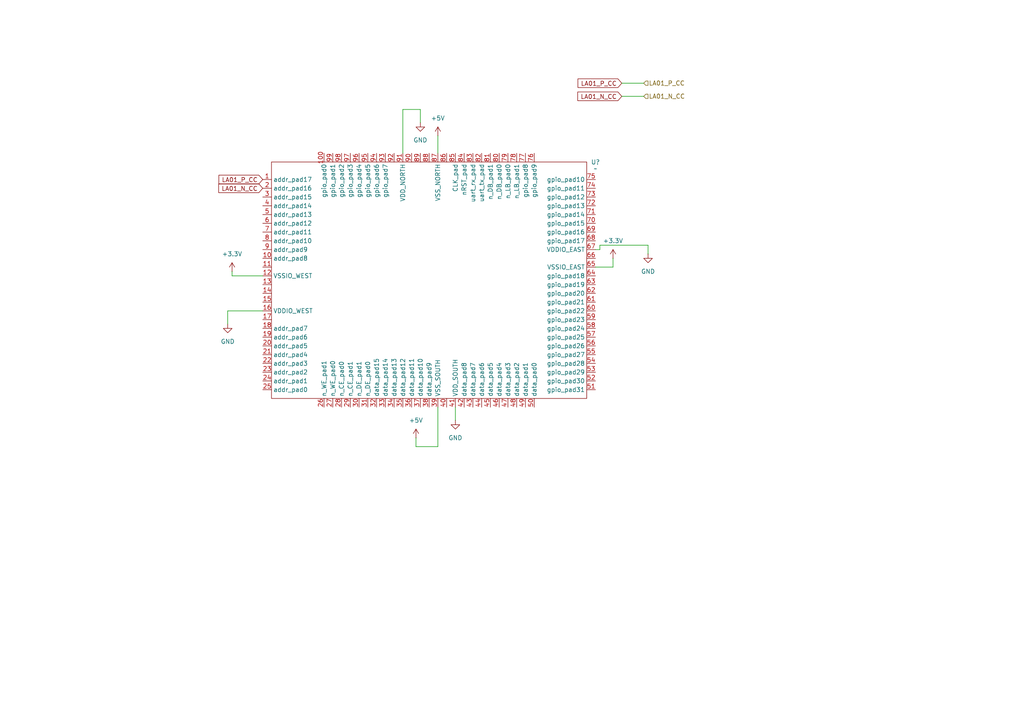
<source format=kicad_sch>
(kicad_sch
	(version 20231120)
	(generator "eeschema")
	(generator_version "8.0")
	(uuid "790a05cd-4d8c-4f53-96ee-49c611807d63")
	(paper "A4")
	(lib_symbols
		(symbol "Aftx07:AFTx07"
			(exclude_from_sim no)
			(in_bom yes)
			(on_board yes)
			(property "Reference" "U"
				(at 42.164 34.29 0)
				(effects
					(font
						(size 1.27 1.27)
					)
				)
			)
			(property "Value" ""
				(at 0 0 0)
				(effects
					(font
						(size 1.27 1.27)
					)
				)
			)
			(property "Footprint" ""
				(at 0 0 0)
				(effects
					(font
						(size 1.27 1.27)
					)
					(hide yes)
				)
			)
			(property "Datasheet" ""
				(at 0 0 0)
				(effects
					(font
						(size 1.27 1.27)
					)
					(hide yes)
				)
			)
			(property "Description" ""
				(at 0 0 0)
				(effects
					(font
						(size 1.27 1.27)
					)
					(hide yes)
				)
			)
			(symbol "AFTx07_0_1"
				(rectangle
					(start -2.54 68.58)
					(end 88.9 0)
					(stroke
						(width 0)
						(type default)
					)
					(fill
						(type none)
					)
				)
			)
			(symbol "AFTx07_1_1"
				(pin bidirectional line
					(at -5.08 63.5 0)
					(length 2.54)
					(name "addr_pad17"
						(effects
							(font
								(size 1.27 1.27)
							)
						)
					)
					(number "1"
						(effects
							(font
								(size 1.27 1.27)
							)
						)
					)
				)
				(pin bidirectional line
					(at -5.08 40.64 0)
					(length 2.54)
					(name "addr_pad8"
						(effects
							(font
								(size 1.27 1.27)
							)
						)
					)
					(number "10"
						(effects
							(font
								(size 1.27 1.27)
							)
						)
					)
				)
				(pin bidirectional line
					(at 12.7 71.12 270)
					(length 2.54)
					(name "gpio_pad0"
						(effects
							(font
								(size 1.27 1.27)
							)
						)
					)
					(number "100"
						(effects
							(font
								(size 1.27 1.27)
							)
						)
					)
				)
				(pin bidirectional line
					(at -5.08 38.1 0)
					(length 2.54)
					(name ""
						(effects
							(font
								(size 1.27 1.27)
							)
						)
					)
					(number "11"
						(effects
							(font
								(size 1.27 1.27)
							)
						)
					)
				)
				(pin power_in line
					(at -5.08 35.56 0)
					(length 2.54)
					(name "VSSIO_WEST"
						(effects
							(font
								(size 1.27 1.27)
							)
						)
					)
					(number "12"
						(effects
							(font
								(size 1.27 1.27)
							)
						)
					)
				)
				(pin bidirectional line
					(at -5.08 33.02 0)
					(length 2.54)
					(name ""
						(effects
							(font
								(size 1.27 1.27)
							)
						)
					)
					(number "13"
						(effects
							(font
								(size 1.27 1.27)
							)
						)
					)
				)
				(pin bidirectional line
					(at -5.08 30.48 0)
					(length 2.54)
					(name ""
						(effects
							(font
								(size 1.27 1.27)
							)
						)
					)
					(number "14"
						(effects
							(font
								(size 1.27 1.27)
							)
						)
					)
				)
				(pin bidirectional line
					(at -5.08 27.94 0)
					(length 2.54)
					(name ""
						(effects
							(font
								(size 1.27 1.27)
							)
						)
					)
					(number "15"
						(effects
							(font
								(size 1.27 1.27)
							)
						)
					)
				)
				(pin power_in line
					(at -5.08 25.4 0)
					(length 2.54)
					(name "VDDIO_WEST"
						(effects
							(font
								(size 1.27 1.27)
							)
						)
					)
					(number "16"
						(effects
							(font
								(size 1.27 1.27)
							)
						)
					)
				)
				(pin bidirectional line
					(at -5.08 22.86 0)
					(length 2.54)
					(name ""
						(effects
							(font
								(size 1.27 1.27)
							)
						)
					)
					(number "17"
						(effects
							(font
								(size 1.27 1.27)
							)
						)
					)
				)
				(pin bidirectional line
					(at -5.08 20.32 0)
					(length 2.54)
					(name "addr_pad7"
						(effects
							(font
								(size 1.27 1.27)
							)
						)
					)
					(number "18"
						(effects
							(font
								(size 1.27 1.27)
							)
						)
					)
				)
				(pin bidirectional line
					(at -5.08 17.78 0)
					(length 2.54)
					(name "addr_pad6"
						(effects
							(font
								(size 1.27 1.27)
							)
						)
					)
					(number "19"
						(effects
							(font
								(size 1.27 1.27)
							)
						)
					)
				)
				(pin bidirectional line
					(at -5.08 60.96 0)
					(length 2.54)
					(name "addr_pad16"
						(effects
							(font
								(size 1.27 1.27)
							)
						)
					)
					(number "2"
						(effects
							(font
								(size 1.27 1.27)
							)
						)
					)
				)
				(pin bidirectional line
					(at -5.08 15.24 0)
					(length 2.54)
					(name "addr_pad5"
						(effects
							(font
								(size 1.27 1.27)
							)
						)
					)
					(number "20"
						(effects
							(font
								(size 1.27 1.27)
							)
						)
					)
				)
				(pin bidirectional line
					(at -5.08 12.7 0)
					(length 2.54)
					(name "addr_pad4"
						(effects
							(font
								(size 1.27 1.27)
							)
						)
					)
					(number "21"
						(effects
							(font
								(size 1.27 1.27)
							)
						)
					)
				)
				(pin bidirectional line
					(at -5.08 10.16 0)
					(length 2.54)
					(name "addr_pad3"
						(effects
							(font
								(size 1.27 1.27)
							)
						)
					)
					(number "22"
						(effects
							(font
								(size 1.27 1.27)
							)
						)
					)
				)
				(pin bidirectional line
					(at -5.08 7.62 0)
					(length 2.54)
					(name "addr_pad2"
						(effects
							(font
								(size 1.27 1.27)
							)
						)
					)
					(number "23"
						(effects
							(font
								(size 1.27 1.27)
							)
						)
					)
				)
				(pin bidirectional line
					(at -5.08 5.08 0)
					(length 2.54)
					(name "addr_pad1"
						(effects
							(font
								(size 1.27 1.27)
							)
						)
					)
					(number "24"
						(effects
							(font
								(size 1.27 1.27)
							)
						)
					)
				)
				(pin bidirectional line
					(at -5.08 2.54 0)
					(length 2.54)
					(name "addr_pad0"
						(effects
							(font
								(size 1.27 1.27)
							)
						)
					)
					(number "25"
						(effects
							(font
								(size 1.27 1.27)
							)
						)
					)
				)
				(pin bidirectional line
					(at 12.7 -2.54 90)
					(length 2.54)
					(name "n_WE_pad1"
						(effects
							(font
								(size 1.27 1.27)
							)
						)
					)
					(number "26"
						(effects
							(font
								(size 1.27 1.27)
							)
						)
					)
				)
				(pin bidirectional line
					(at 15.24 -2.54 90)
					(length 2.54)
					(name "n_WE_pad0"
						(effects
							(font
								(size 1.27 1.27)
							)
						)
					)
					(number "27"
						(effects
							(font
								(size 1.27 1.27)
							)
						)
					)
				)
				(pin bidirectional line
					(at 17.78 -2.54 90)
					(length 2.54)
					(name "n_CE_pad0"
						(effects
							(font
								(size 1.27 1.27)
							)
						)
					)
					(number "28"
						(effects
							(font
								(size 1.27 1.27)
							)
						)
					)
				)
				(pin bidirectional line
					(at 20.32 -2.54 90)
					(length 2.54)
					(name "n_CE_pad1"
						(effects
							(font
								(size 1.27 1.27)
							)
						)
					)
					(number "29"
						(effects
							(font
								(size 1.27 1.27)
							)
						)
					)
				)
				(pin bidirectional line
					(at -5.08 58.42 0)
					(length 2.54)
					(name "addr_pad15"
						(effects
							(font
								(size 1.27 1.27)
							)
						)
					)
					(number "3"
						(effects
							(font
								(size 1.27 1.27)
							)
						)
					)
				)
				(pin bidirectional line
					(at 22.86 -2.54 90)
					(length 2.54)
					(name "n_DE_pad1"
						(effects
							(font
								(size 1.27 1.27)
							)
						)
					)
					(number "30"
						(effects
							(font
								(size 1.27 1.27)
							)
						)
					)
				)
				(pin bidirectional line
					(at 25.4 -2.54 90)
					(length 2.54)
					(name "n_DE_pad0"
						(effects
							(font
								(size 1.27 1.27)
							)
						)
					)
					(number "31"
						(effects
							(font
								(size 1.27 1.27)
							)
						)
					)
				)
				(pin bidirectional line
					(at 27.94 -2.54 90)
					(length 2.54)
					(name "data_pad15"
						(effects
							(font
								(size 1.27 1.27)
							)
						)
					)
					(number "32"
						(effects
							(font
								(size 1.27 1.27)
							)
						)
					)
				)
				(pin bidirectional line
					(at 30.48 -2.54 90)
					(length 2.54)
					(name "data_pad14"
						(effects
							(font
								(size 1.27 1.27)
							)
						)
					)
					(number "33"
						(effects
							(font
								(size 1.27 1.27)
							)
						)
					)
				)
				(pin bidirectional line
					(at 33.02 -2.54 90)
					(length 2.54)
					(name "data_pad13"
						(effects
							(font
								(size 1.27 1.27)
							)
						)
					)
					(number "34"
						(effects
							(font
								(size 1.27 1.27)
							)
						)
					)
				)
				(pin bidirectional line
					(at 35.56 -2.54 90)
					(length 2.54)
					(name "data_pad12"
						(effects
							(font
								(size 1.27 1.27)
							)
						)
					)
					(number "35"
						(effects
							(font
								(size 1.27 1.27)
							)
						)
					)
				)
				(pin bidirectional line
					(at 38.1 -2.54 90)
					(length 2.54)
					(name "data_pad11"
						(effects
							(font
								(size 1.27 1.27)
							)
						)
					)
					(number "36"
						(effects
							(font
								(size 1.27 1.27)
							)
						)
					)
				)
				(pin bidirectional line
					(at 40.64 -2.54 90)
					(length 2.54)
					(name "data_pad10"
						(effects
							(font
								(size 1.27 1.27)
							)
						)
					)
					(number "37"
						(effects
							(font
								(size 1.27 1.27)
							)
						)
					)
				)
				(pin bidirectional line
					(at 43.18 -2.54 90)
					(length 2.54)
					(name "data_pad9"
						(effects
							(font
								(size 1.27 1.27)
							)
						)
					)
					(number "38"
						(effects
							(font
								(size 1.27 1.27)
							)
						)
					)
				)
				(pin power_in line
					(at 45.72 -2.54 90)
					(length 2.54)
					(name "VSS_SOUTH"
						(effects
							(font
								(size 1.27 1.27)
							)
						)
					)
					(number "39"
						(effects
							(font
								(size 1.27 1.27)
							)
						)
					)
				)
				(pin bidirectional line
					(at -5.08 55.88 0)
					(length 2.54)
					(name "addr_pad14"
						(effects
							(font
								(size 1.27 1.27)
							)
						)
					)
					(number "4"
						(effects
							(font
								(size 1.27 1.27)
							)
						)
					)
				)
				(pin bidirectional line
					(at 48.26 -2.54 90)
					(length 2.54)
					(name ""
						(effects
							(font
								(size 1.27 1.27)
							)
						)
					)
					(number "40"
						(effects
							(font
								(size 1.27 1.27)
							)
						)
					)
				)
				(pin power_in line
					(at 50.8 -2.54 90)
					(length 2.54)
					(name "VDD_SOUTH"
						(effects
							(font
								(size 1.27 1.27)
							)
						)
					)
					(number "41"
						(effects
							(font
								(size 1.27 1.27)
							)
						)
					)
				)
				(pin bidirectional line
					(at 53.34 -2.54 90)
					(length 2.54)
					(name "data_pad8"
						(effects
							(font
								(size 1.27 1.27)
							)
						)
					)
					(number "42"
						(effects
							(font
								(size 1.27 1.27)
							)
						)
					)
				)
				(pin bidirectional line
					(at 55.88 -2.54 90)
					(length 2.54)
					(name "data_pad7"
						(effects
							(font
								(size 1.27 1.27)
							)
						)
					)
					(number "43"
						(effects
							(font
								(size 1.27 1.27)
							)
						)
					)
				)
				(pin bidirectional line
					(at 58.42 -2.54 90)
					(length 2.54)
					(name "data_pad6"
						(effects
							(font
								(size 1.27 1.27)
							)
						)
					)
					(number "44"
						(effects
							(font
								(size 1.27 1.27)
							)
						)
					)
				)
				(pin bidirectional line
					(at 60.96 -2.54 90)
					(length 2.54)
					(name "data_pad5"
						(effects
							(font
								(size 1.27 1.27)
							)
						)
					)
					(number "45"
						(effects
							(font
								(size 1.27 1.27)
							)
						)
					)
				)
				(pin bidirectional line
					(at 63.5 -2.54 90)
					(length 2.54)
					(name "data_pad4"
						(effects
							(font
								(size 1.27 1.27)
							)
						)
					)
					(number "46"
						(effects
							(font
								(size 1.27 1.27)
							)
						)
					)
				)
				(pin bidirectional line
					(at 66.04 -2.54 90)
					(length 2.54)
					(name "data_pad3"
						(effects
							(font
								(size 1.27 1.27)
							)
						)
					)
					(number "47"
						(effects
							(font
								(size 1.27 1.27)
							)
						)
					)
				)
				(pin bidirectional line
					(at 68.58 -2.54 90)
					(length 2.54)
					(name "data_pad2"
						(effects
							(font
								(size 1.27 1.27)
							)
						)
					)
					(number "48"
						(effects
							(font
								(size 1.27 1.27)
							)
						)
					)
				)
				(pin bidirectional line
					(at 71.12 -2.54 90)
					(length 2.54)
					(name "data_pad1"
						(effects
							(font
								(size 1.27 1.27)
							)
						)
					)
					(number "49"
						(effects
							(font
								(size 1.27 1.27)
							)
						)
					)
				)
				(pin bidirectional line
					(at -5.08 53.34 0)
					(length 2.54)
					(name "addr_pad13"
						(effects
							(font
								(size 1.27 1.27)
							)
						)
					)
					(number "5"
						(effects
							(font
								(size 1.27 1.27)
							)
						)
					)
				)
				(pin bidirectional line
					(at 73.66 -2.54 90)
					(length 2.54)
					(name "data_pad0"
						(effects
							(font
								(size 1.27 1.27)
							)
						)
					)
					(number "50"
						(effects
							(font
								(size 1.27 1.27)
							)
						)
					)
				)
				(pin bidirectional line
					(at 91.44 2.54 180)
					(length 2.54)
					(name "gpio_pad31"
						(effects
							(font
								(size 1.27 1.27)
							)
						)
					)
					(number "51"
						(effects
							(font
								(size 1.27 1.27)
							)
						)
					)
				)
				(pin bidirectional line
					(at 91.44 5.08 180)
					(length 2.54)
					(name "gpio_pad30"
						(effects
							(font
								(size 1.27 1.27)
							)
						)
					)
					(number "52"
						(effects
							(font
								(size 1.27 1.27)
							)
						)
					)
				)
				(pin bidirectional line
					(at 91.44 7.62 180)
					(length 2.54)
					(name "gpio_pad29"
						(effects
							(font
								(size 1.27 1.27)
							)
						)
					)
					(number "53"
						(effects
							(font
								(size 1.27 1.27)
							)
						)
					)
				)
				(pin bidirectional line
					(at 91.44 10.16 180)
					(length 2.54)
					(name "gpio_pad28"
						(effects
							(font
								(size 1.27 1.27)
							)
						)
					)
					(number "54"
						(effects
							(font
								(size 1.27 1.27)
							)
						)
					)
				)
				(pin bidirectional line
					(at 91.44 12.7 180)
					(length 2.54)
					(name "gpio_pad27"
						(effects
							(font
								(size 1.27 1.27)
							)
						)
					)
					(number "55"
						(effects
							(font
								(size 1.27 1.27)
							)
						)
					)
				)
				(pin bidirectional line
					(at 91.44 15.24 180)
					(length 2.54)
					(name "gpio_pad26"
						(effects
							(font
								(size 1.27 1.27)
							)
						)
					)
					(number "56"
						(effects
							(font
								(size 1.27 1.27)
							)
						)
					)
				)
				(pin bidirectional line
					(at 91.44 17.78 180)
					(length 2.54)
					(name "gpio_pad25"
						(effects
							(font
								(size 1.27 1.27)
							)
						)
					)
					(number "57"
						(effects
							(font
								(size 1.27 1.27)
							)
						)
					)
				)
				(pin bidirectional line
					(at 91.44 20.32 180)
					(length 2.54)
					(name "gpio_pad24"
						(effects
							(font
								(size 1.27 1.27)
							)
						)
					)
					(number "58"
						(effects
							(font
								(size 1.27 1.27)
							)
						)
					)
				)
				(pin bidirectional line
					(at 91.44 22.86 180)
					(length 2.54)
					(name "gpio_pad23"
						(effects
							(font
								(size 1.27 1.27)
							)
						)
					)
					(number "59"
						(effects
							(font
								(size 1.27 1.27)
							)
						)
					)
				)
				(pin bidirectional line
					(at -5.08 50.8 0)
					(length 2.54)
					(name "addr_pad12"
						(effects
							(font
								(size 1.27 1.27)
							)
						)
					)
					(number "6"
						(effects
							(font
								(size 1.27 1.27)
							)
						)
					)
				)
				(pin bidirectional line
					(at 91.44 25.4 180)
					(length 2.54)
					(name "gpio_pad22"
						(effects
							(font
								(size 1.27 1.27)
							)
						)
					)
					(number "60"
						(effects
							(font
								(size 1.27 1.27)
							)
						)
					)
				)
				(pin bidirectional line
					(at 91.44 27.94 180)
					(length 2.54)
					(name "gpio_pad21"
						(effects
							(font
								(size 1.27 1.27)
							)
						)
					)
					(number "61"
						(effects
							(font
								(size 1.27 1.27)
							)
						)
					)
				)
				(pin bidirectional line
					(at 91.44 30.48 180)
					(length 2.54)
					(name "gpio_pad20"
						(effects
							(font
								(size 1.27 1.27)
							)
						)
					)
					(number "62"
						(effects
							(font
								(size 1.27 1.27)
							)
						)
					)
				)
				(pin bidirectional line
					(at 91.44 33.02 180)
					(length 2.54)
					(name "gpio_pad19"
						(effects
							(font
								(size 1.27 1.27)
							)
						)
					)
					(number "63"
						(effects
							(font
								(size 1.27 1.27)
							)
						)
					)
				)
				(pin bidirectional line
					(at 91.44 35.56 180)
					(length 2.54)
					(name "gpio_pad18"
						(effects
							(font
								(size 1.27 1.27)
							)
						)
					)
					(number "64"
						(effects
							(font
								(size 1.27 1.27)
							)
						)
					)
				)
				(pin power_in line
					(at 91.44 38.1 180)
					(length 2.54)
					(name "VSSIO_EAST"
						(effects
							(font
								(size 1.27 1.27)
							)
						)
					)
					(number "65"
						(effects
							(font
								(size 1.27 1.27)
							)
						)
					)
				)
				(pin bidirectional line
					(at 91.44 40.64 180)
					(length 2.54)
					(name ""
						(effects
							(font
								(size 1.27 1.27)
							)
						)
					)
					(number "66"
						(effects
							(font
								(size 1.27 1.27)
							)
						)
					)
				)
				(pin power_in line
					(at 91.44 43.18 180)
					(length 2.54)
					(name "VDDIO_EAST"
						(effects
							(font
								(size 1.27 1.27)
							)
						)
					)
					(number "67"
						(effects
							(font
								(size 1.27 1.27)
							)
						)
					)
				)
				(pin bidirectional line
					(at 91.44 45.72 180)
					(length 2.54)
					(name "gpio_pad17"
						(effects
							(font
								(size 1.27 1.27)
							)
						)
					)
					(number "68"
						(effects
							(font
								(size 1.27 1.27)
							)
						)
					)
				)
				(pin bidirectional line
					(at 91.44 48.26 180)
					(length 2.54)
					(name "gpio_pad16"
						(effects
							(font
								(size 1.27 1.27)
							)
						)
					)
					(number "69"
						(effects
							(font
								(size 1.27 1.27)
							)
						)
					)
				)
				(pin bidirectional line
					(at -5.08 48.26 0)
					(length 2.54)
					(name "addr_pad11"
						(effects
							(font
								(size 1.27 1.27)
							)
						)
					)
					(number "7"
						(effects
							(font
								(size 1.27 1.27)
							)
						)
					)
				)
				(pin bidirectional line
					(at 91.44 50.8 180)
					(length 2.54)
					(name "gpio_pad15"
						(effects
							(font
								(size 1.27 1.27)
							)
						)
					)
					(number "70"
						(effects
							(font
								(size 1.27 1.27)
							)
						)
					)
				)
				(pin bidirectional line
					(at 91.44 53.34 180)
					(length 2.54)
					(name "gpio_pad14"
						(effects
							(font
								(size 1.27 1.27)
							)
						)
					)
					(number "71"
						(effects
							(font
								(size 1.27 1.27)
							)
						)
					)
				)
				(pin bidirectional line
					(at 91.44 55.88 180)
					(length 2.54)
					(name "gpio_pad13"
						(effects
							(font
								(size 1.27 1.27)
							)
						)
					)
					(number "72"
						(effects
							(font
								(size 1.27 1.27)
							)
						)
					)
				)
				(pin bidirectional line
					(at 91.44 58.42 180)
					(length 2.54)
					(name "gpio_pad12"
						(effects
							(font
								(size 1.27 1.27)
							)
						)
					)
					(number "73"
						(effects
							(font
								(size 1.27 1.27)
							)
						)
					)
				)
				(pin bidirectional line
					(at 91.44 60.96 180)
					(length 2.54)
					(name "gpio_pad11"
						(effects
							(font
								(size 1.27 1.27)
							)
						)
					)
					(number "74"
						(effects
							(font
								(size 1.27 1.27)
							)
						)
					)
				)
				(pin bidirectional line
					(at 91.44 63.5 180)
					(length 2.54)
					(name "gpio_pad10"
						(effects
							(font
								(size 1.27 1.27)
							)
						)
					)
					(number "75"
						(effects
							(font
								(size 1.27 1.27)
							)
						)
					)
				)
				(pin bidirectional line
					(at 73.66 71.12 270)
					(length 2.54)
					(name "gpio_pad9"
						(effects
							(font
								(size 1.27 1.27)
							)
						)
					)
					(number "76"
						(effects
							(font
								(size 1.27 1.27)
							)
						)
					)
				)
				(pin bidirectional line
					(at 71.12 71.12 270)
					(length 2.54)
					(name "gpio_pad8"
						(effects
							(font
								(size 1.27 1.27)
							)
						)
					)
					(number "77"
						(effects
							(font
								(size 1.27 1.27)
							)
						)
					)
				)
				(pin bidirectional line
					(at 68.58 71.12 270)
					(length 2.54)
					(name "n_LB_pad1"
						(effects
							(font
								(size 1.27 1.27)
							)
						)
					)
					(number "78"
						(effects
							(font
								(size 1.27 1.27)
							)
						)
					)
				)
				(pin bidirectional line
					(at 66.04 71.12 270)
					(length 2.54)
					(name "n_LB_pad0"
						(effects
							(font
								(size 1.27 1.27)
							)
						)
					)
					(number "79"
						(effects
							(font
								(size 1.27 1.27)
							)
						)
					)
				)
				(pin bidirectional line
					(at -5.08 45.72 0)
					(length 2.54)
					(name "addr_pad10"
						(effects
							(font
								(size 1.27 1.27)
							)
						)
					)
					(number "8"
						(effects
							(font
								(size 1.27 1.27)
							)
						)
					)
				)
				(pin bidirectional line
					(at 63.5 71.12 270)
					(length 2.54)
					(name "n_DB_pad0"
						(effects
							(font
								(size 1.27 1.27)
							)
						)
					)
					(number "80"
						(effects
							(font
								(size 1.27 1.27)
							)
						)
					)
				)
				(pin bidirectional line
					(at 60.96 71.12 270)
					(length 2.54)
					(name "n_DB_pad1"
						(effects
							(font
								(size 1.27 1.27)
							)
						)
					)
					(number "81"
						(effects
							(font
								(size 1.27 1.27)
							)
						)
					)
				)
				(pin bidirectional line
					(at 58.42 71.12 270)
					(length 2.54)
					(name "uart_tx_pad"
						(effects
							(font
								(size 1.27 1.27)
							)
						)
					)
					(number "82"
						(effects
							(font
								(size 1.27 1.27)
							)
						)
					)
				)
				(pin bidirectional line
					(at 55.88 71.12 270)
					(length 2.54)
					(name "uart_rx_pad"
						(effects
							(font
								(size 1.27 1.27)
							)
						)
					)
					(number "83"
						(effects
							(font
								(size 1.27 1.27)
							)
						)
					)
				)
				(pin bidirectional line
					(at 53.34 71.12 270)
					(length 2.54)
					(name "nRST_pad"
						(effects
							(font
								(size 1.27 1.27)
							)
						)
					)
					(number "84"
						(effects
							(font
								(size 1.27 1.27)
							)
						)
					)
				)
				(pin input line
					(at 50.8 71.12 270)
					(length 2.54)
					(name "CLK_pad"
						(effects
							(font
								(size 1.27 1.27)
							)
						)
					)
					(number "85"
						(effects
							(font
								(size 1.27 1.27)
							)
						)
					)
				)
				(pin bidirectional line
					(at 48.26 71.12 270)
					(length 2.54)
					(name ""
						(effects
							(font
								(size 1.27 1.27)
							)
						)
					)
					(number "86"
						(effects
							(font
								(size 1.27 1.27)
							)
						)
					)
				)
				(pin power_in line
					(at 45.72 71.12 270)
					(length 2.54)
					(name "VSS_NORTH"
						(effects
							(font
								(size 1.27 1.27)
							)
						)
					)
					(number "87"
						(effects
							(font
								(size 1.27 1.27)
							)
						)
					)
				)
				(pin bidirectional line
					(at 43.18 71.12 270)
					(length 2.54)
					(name ""
						(effects
							(font
								(size 1.27 1.27)
							)
						)
					)
					(number "88"
						(effects
							(font
								(size 1.27 1.27)
							)
						)
					)
				)
				(pin bidirectional line
					(at 40.64 71.12 270)
					(length 2.54)
					(name ""
						(effects
							(font
								(size 1.27 1.27)
							)
						)
					)
					(number "89"
						(effects
							(font
								(size 1.27 1.27)
							)
						)
					)
				)
				(pin bidirectional line
					(at -5.08 43.18 0)
					(length 2.54)
					(name "addr_pad9"
						(effects
							(font
								(size 1.27 1.27)
							)
						)
					)
					(number "9"
						(effects
							(font
								(size 1.27 1.27)
							)
						)
					)
				)
				(pin bidirectional line
					(at 38.1 71.12 270)
					(length 2.54)
					(name ""
						(effects
							(font
								(size 1.27 1.27)
							)
						)
					)
					(number "90"
						(effects
							(font
								(size 1.27 1.27)
							)
						)
					)
				)
				(pin power_in line
					(at 35.56 71.12 270)
					(length 2.54)
					(name "VDD_NORTH"
						(effects
							(font
								(size 1.27 1.27)
							)
						)
					)
					(number "91"
						(effects
							(font
								(size 1.27 1.27)
							)
						)
					)
				)
				(pin bidirectional line
					(at 33.02 71.12 270)
					(length 2.54)
					(name ""
						(effects
							(font
								(size 1.27 1.27)
							)
						)
					)
					(number "92"
						(effects
							(font
								(size 1.27 1.27)
							)
						)
					)
				)
				(pin bidirectional line
					(at 30.48 71.12 270)
					(length 2.54)
					(name "gpio_pad7"
						(effects
							(font
								(size 1.27 1.27)
							)
						)
					)
					(number "93"
						(effects
							(font
								(size 1.27 1.27)
							)
						)
					)
				)
				(pin bidirectional line
					(at 27.94 71.12 270)
					(length 2.54)
					(name "gpio_pad6"
						(effects
							(font
								(size 1.27 1.27)
							)
						)
					)
					(number "94"
						(effects
							(font
								(size 1.27 1.27)
							)
						)
					)
				)
				(pin bidirectional line
					(at 25.4 71.12 270)
					(length 2.54)
					(name "gpio_pad5"
						(effects
							(font
								(size 1.27 1.27)
							)
						)
					)
					(number "95"
						(effects
							(font
								(size 1.27 1.27)
							)
						)
					)
				)
				(pin bidirectional line
					(at 22.86 71.12 270)
					(length 2.54)
					(name "gpio_pad4"
						(effects
							(font
								(size 1.27 1.27)
							)
						)
					)
					(number "96"
						(effects
							(font
								(size 1.27 1.27)
							)
						)
					)
				)
				(pin bidirectional line
					(at 20.32 71.12 270)
					(length 2.54)
					(name "gpio_pad3"
						(effects
							(font
								(size 1.27 1.27)
							)
						)
					)
					(number "97"
						(effects
							(font
								(size 1.27 1.27)
							)
						)
					)
				)
				(pin bidirectional line
					(at 17.78 71.12 270)
					(length 2.54)
					(name "gpio_pad2"
						(effects
							(font
								(size 1.27 1.27)
							)
						)
					)
					(number "98"
						(effects
							(font
								(size 1.27 1.27)
							)
						)
					)
				)
				(pin bidirectional line
					(at 15.24 71.12 270)
					(length 2.54)
					(name "gpio_pad1"
						(effects
							(font
								(size 1.27 1.27)
							)
						)
					)
					(number "99"
						(effects
							(font
								(size 1.27 1.27)
							)
						)
					)
				)
			)
		)
		(symbol "power:+3.3V"
			(power)
			(pin_numbers hide)
			(pin_names
				(offset 0) hide)
			(exclude_from_sim no)
			(in_bom yes)
			(on_board yes)
			(property "Reference" "#PWR"
				(at 0 -3.81 0)
				(effects
					(font
						(size 1.27 1.27)
					)
					(hide yes)
				)
			)
			(property "Value" "+3.3V"
				(at 0 3.556 0)
				(effects
					(font
						(size 1.27 1.27)
					)
				)
			)
			(property "Footprint" ""
				(at 0 0 0)
				(effects
					(font
						(size 1.27 1.27)
					)
					(hide yes)
				)
			)
			(property "Datasheet" ""
				(at 0 0 0)
				(effects
					(font
						(size 1.27 1.27)
					)
					(hide yes)
				)
			)
			(property "Description" "Power symbol creates a global label with name \"+3.3V\""
				(at 0 0 0)
				(effects
					(font
						(size 1.27 1.27)
					)
					(hide yes)
				)
			)
			(property "ki_keywords" "global power"
				(at 0 0 0)
				(effects
					(font
						(size 1.27 1.27)
					)
					(hide yes)
				)
			)
			(symbol "+3.3V_0_1"
				(polyline
					(pts
						(xy -0.762 1.27) (xy 0 2.54)
					)
					(stroke
						(width 0)
						(type default)
					)
					(fill
						(type none)
					)
				)
				(polyline
					(pts
						(xy 0 0) (xy 0 2.54)
					)
					(stroke
						(width 0)
						(type default)
					)
					(fill
						(type none)
					)
				)
				(polyline
					(pts
						(xy 0 2.54) (xy 0.762 1.27)
					)
					(stroke
						(width 0)
						(type default)
					)
					(fill
						(type none)
					)
				)
			)
			(symbol "+3.3V_1_1"
				(pin power_in line
					(at 0 0 90)
					(length 0)
					(name "~"
						(effects
							(font
								(size 1.27 1.27)
							)
						)
					)
					(number "1"
						(effects
							(font
								(size 1.27 1.27)
							)
						)
					)
				)
			)
		)
		(symbol "power:+5V"
			(power)
			(pin_numbers hide)
			(pin_names
				(offset 0) hide)
			(exclude_from_sim no)
			(in_bom yes)
			(on_board yes)
			(property "Reference" "#PWR"
				(at 0 -3.81 0)
				(effects
					(font
						(size 1.27 1.27)
					)
					(hide yes)
				)
			)
			(property "Value" "+5V"
				(at 0 3.556 0)
				(effects
					(font
						(size 1.27 1.27)
					)
				)
			)
			(property "Footprint" ""
				(at 0 0 0)
				(effects
					(font
						(size 1.27 1.27)
					)
					(hide yes)
				)
			)
			(property "Datasheet" ""
				(at 0 0 0)
				(effects
					(font
						(size 1.27 1.27)
					)
					(hide yes)
				)
			)
			(property "Description" "Power symbol creates a global label with name \"+5V\""
				(at 0 0 0)
				(effects
					(font
						(size 1.27 1.27)
					)
					(hide yes)
				)
			)
			(property "ki_keywords" "global power"
				(at 0 0 0)
				(effects
					(font
						(size 1.27 1.27)
					)
					(hide yes)
				)
			)
			(symbol "+5V_0_1"
				(polyline
					(pts
						(xy -0.762 1.27) (xy 0 2.54)
					)
					(stroke
						(width 0)
						(type default)
					)
					(fill
						(type none)
					)
				)
				(polyline
					(pts
						(xy 0 0) (xy 0 2.54)
					)
					(stroke
						(width 0)
						(type default)
					)
					(fill
						(type none)
					)
				)
				(polyline
					(pts
						(xy 0 2.54) (xy 0.762 1.27)
					)
					(stroke
						(width 0)
						(type default)
					)
					(fill
						(type none)
					)
				)
			)
			(symbol "+5V_1_1"
				(pin power_in line
					(at 0 0 90)
					(length 0)
					(name "~"
						(effects
							(font
								(size 1.27 1.27)
							)
						)
					)
					(number "1"
						(effects
							(font
								(size 1.27 1.27)
							)
						)
					)
				)
			)
		)
		(symbol "power:GND"
			(power)
			(pin_numbers hide)
			(pin_names
				(offset 0) hide)
			(exclude_from_sim no)
			(in_bom yes)
			(on_board yes)
			(property "Reference" "#PWR"
				(at 0 -6.35 0)
				(effects
					(font
						(size 1.27 1.27)
					)
					(hide yes)
				)
			)
			(property "Value" "GND"
				(at 0 -3.81 0)
				(effects
					(font
						(size 1.27 1.27)
					)
				)
			)
			(property "Footprint" ""
				(at 0 0 0)
				(effects
					(font
						(size 1.27 1.27)
					)
					(hide yes)
				)
			)
			(property "Datasheet" ""
				(at 0 0 0)
				(effects
					(font
						(size 1.27 1.27)
					)
					(hide yes)
				)
			)
			(property "Description" "Power symbol creates a global label with name \"GND\" , ground"
				(at 0 0 0)
				(effects
					(font
						(size 1.27 1.27)
					)
					(hide yes)
				)
			)
			(property "ki_keywords" "global power"
				(at 0 0 0)
				(effects
					(font
						(size 1.27 1.27)
					)
					(hide yes)
				)
			)
			(symbol "GND_0_1"
				(polyline
					(pts
						(xy 0 0) (xy 0 -1.27) (xy 1.27 -1.27) (xy 0 -2.54) (xy -1.27 -1.27) (xy 0 -1.27)
					)
					(stroke
						(width 0)
						(type default)
					)
					(fill
						(type none)
					)
				)
			)
			(symbol "GND_1_1"
				(pin power_in line
					(at 0 0 270)
					(length 0)
					(name "~"
						(effects
							(font
								(size 1.27 1.27)
							)
						)
					)
					(number "1"
						(effects
							(font
								(size 1.27 1.27)
							)
						)
					)
				)
			)
		)
	)
	(wire
		(pts
			(xy 76.2 80.01) (xy 67.31 80.01)
		)
		(stroke
			(width 0)
			(type default)
		)
		(uuid "122a5f32-ae91-4627-9f4b-4b92c4998d91")
	)
	(wire
		(pts
			(xy 172.72 72.39) (xy 173.99 72.39)
		)
		(stroke
			(width 0)
			(type default)
		)
		(uuid "2fff0582-6403-4c65-8ec3-9b7ffc72f056")
	)
	(wire
		(pts
			(xy 121.92 31.75) (xy 121.92 35.56)
		)
		(stroke
			(width 0)
			(type default)
		)
		(uuid "427aa76a-4dab-4017-a6ed-aa0c40ae88f0")
	)
	(wire
		(pts
			(xy 132.08 118.11) (xy 132.08 121.92)
		)
		(stroke
			(width 0)
			(type default)
		)
		(uuid "4e490b84-c5b0-4996-8353-2f628cc49e7a")
	)
	(wire
		(pts
			(xy 173.99 71.12) (xy 173.99 72.39)
		)
		(stroke
			(width 0)
			(type default)
		)
		(uuid "51535f1f-38ab-4a9e-a515-3cbebfbc4e17")
	)
	(wire
		(pts
			(xy 180.34 27.94) (xy 186.69 27.94)
		)
		(stroke
			(width 0)
			(type default)
		)
		(uuid "6d57e44b-d310-4bf3-b562-c5c66bf8523a")
	)
	(wire
		(pts
			(xy 177.8 74.93) (xy 177.8 77.47)
		)
		(stroke
			(width 0)
			(type default)
		)
		(uuid "86624bcf-b063-4c3f-a4ee-75b1d25377ec")
	)
	(wire
		(pts
			(xy 120.65 129.54) (xy 120.65 127)
		)
		(stroke
			(width 0)
			(type default)
		)
		(uuid "88a7bfb9-6f27-424e-aae3-cb5292e3ad21")
	)
	(wire
		(pts
			(xy 66.04 93.98) (xy 66.04 90.17)
		)
		(stroke
			(width 0)
			(type default)
		)
		(uuid "975a4a09-8018-4f79-98ec-a499ab67c905")
	)
	(wire
		(pts
			(xy 66.04 90.17) (xy 76.2 90.17)
		)
		(stroke
			(width 0)
			(type default)
		)
		(uuid "9b729993-de3d-4ccf-a79d-4730e6dd077a")
	)
	(wire
		(pts
			(xy 116.84 44.45) (xy 116.84 31.75)
		)
		(stroke
			(width 0)
			(type default)
		)
		(uuid "a15dddfa-c3be-48f5-904a-4fa3e446b4a2")
	)
	(wire
		(pts
			(xy 127 129.54) (xy 127 118.11)
		)
		(stroke
			(width 0)
			(type default)
		)
		(uuid "a4a5389e-837a-4826-9c24-3a88342689b6")
	)
	(wire
		(pts
			(xy 180.34 24.13) (xy 186.69 24.13)
		)
		(stroke
			(width 0)
			(type default)
		)
		(uuid "a55d32ba-6837-4c64-ada3-1966541f19c8")
	)
	(wire
		(pts
			(xy 187.96 73.66) (xy 187.96 71.12)
		)
		(stroke
			(width 0)
			(type default)
		)
		(uuid "a87bbae7-5f74-42f1-848d-a841da60f6f3")
	)
	(wire
		(pts
			(xy 187.96 71.12) (xy 173.99 71.12)
		)
		(stroke
			(width 0)
			(type default)
		)
		(uuid "af34c0d8-ba0f-4228-898c-0173f9a0340e")
	)
	(wire
		(pts
			(xy 67.31 80.01) (xy 67.31 78.74)
		)
		(stroke
			(width 0)
			(type default)
		)
		(uuid "b43f4e4d-c16d-4a72-967d-b994431fb01b")
	)
	(wire
		(pts
			(xy 177.8 77.47) (xy 172.72 77.47)
		)
		(stroke
			(width 0)
			(type default)
		)
		(uuid "bea6bf29-8fdf-42b5-821a-4e4acc3e3357")
	)
	(wire
		(pts
			(xy 120.65 129.54) (xy 127 129.54)
		)
		(stroke
			(width 0)
			(type default)
		)
		(uuid "cf578c39-83a1-468f-9651-40a1fd43a028")
	)
	(wire
		(pts
			(xy 116.84 31.75) (xy 121.92 31.75)
		)
		(stroke
			(width 0)
			(type default)
		)
		(uuid "f976fac7-4080-46f7-ab91-bab061fb707a")
	)
	(wire
		(pts
			(xy 127 39.37) (xy 127 44.45)
		)
		(stroke
			(width 0)
			(type default)
		)
		(uuid "ff4015a8-19bf-4eba-a99d-540c0f5040fb")
	)
	(global_label "LA01_P_CC"
		(shape input)
		(at 76.2 52.07 180)
		(fields_autoplaced yes)
		(effects
			(font
				(size 1.27 1.27)
			)
			(justify right)
		)
		(uuid "7d19b1ef-7177-4c3b-9023-41ee2268a7d7")
		(property "Intersheetrefs" "${INTERSHEET_REFS}"
			(at 62.9339 52.07 0)
			(effects
				(font
					(size 1.27 1.27)
				)
				(justify right)
				(hide yes)
			)
		)
	)
	(global_label "LA01_N_CC"
		(shape input)
		(at 180.34 27.94 180)
		(fields_autoplaced yes)
		(effects
			(font
				(size 1.27 1.27)
			)
			(justify right)
		)
		(uuid "84316959-5691-49eb-9b10-fa3e2a3b261d")
		(property "Intersheetrefs" "${INTERSHEET_REFS}"
			(at 167.0134 27.94 0)
			(effects
				(font
					(size 1.27 1.27)
				)
				(justify right)
				(hide yes)
			)
		)
	)
	(global_label "LA01_P_CC"
		(shape input)
		(at 180.34 24.13 180)
		(fields_autoplaced yes)
		(effects
			(font
				(size 1.27 1.27)
			)
			(justify right)
		)
		(uuid "a98d1157-828e-4918-91e0-daed64323081")
		(property "Intersheetrefs" "${INTERSHEET_REFS}"
			(at 167.0739 24.13 0)
			(effects
				(font
					(size 1.27 1.27)
				)
				(justify right)
				(hide yes)
			)
		)
	)
	(global_label "LA01_N_CC"
		(shape input)
		(at 76.2 54.61 180)
		(fields_autoplaced yes)
		(effects
			(font
				(size 1.27 1.27)
			)
			(justify right)
		)
		(uuid "dbc5ebb4-8ded-418e-ba2d-147fc434a20a")
		(property "Intersheetrefs" "${INTERSHEET_REFS}"
			(at 62.8734 54.61 0)
			(effects
				(font
					(size 1.27 1.27)
				)
				(justify right)
				(hide yes)
			)
		)
	)
	(hierarchical_label "LA01_P_CC"
		(shape input)
		(at 186.69 24.13 0)
		(fields_autoplaced yes)
		(effects
			(font
				(size 1.27 1.27)
			)
			(justify left)
		)
		(uuid "9061cb95-9178-4d69-8a43-43584b2332ae")
	)
	(hierarchical_label "LA01_N_CC"
		(shape input)
		(at 186.69 27.94 0)
		(fields_autoplaced yes)
		(effects
			(font
				(size 1.27 1.27)
			)
			(justify left)
		)
		(uuid "99289519-c394-477a-8e01-5c5131b4f545")
	)
	(symbol
		(lib_id "power:+5V")
		(at 127 39.37 0)
		(unit 1)
		(exclude_from_sim no)
		(in_bom yes)
		(on_board yes)
		(dnp no)
		(fields_autoplaced yes)
		(uuid "3d72900e-892d-4f90-96a9-7707687ad627")
		(property "Reference" "#PWR027"
			(at 127 43.18 0)
			(effects
				(font
					(size 1.27 1.27)
				)
				(hide yes)
			)
		)
		(property "Value" "+5V"
			(at 127 34.29 0)
			(effects
				(font
					(size 1.27 1.27)
				)
			)
		)
		(property "Footprint" ""
			(at 127 39.37 0)
			(effects
				(font
					(size 1.27 1.27)
				)
				(hide yes)
			)
		)
		(property "Datasheet" ""
			(at 127 39.37 0)
			(effects
				(font
					(size 1.27 1.27)
				)
				(hide yes)
			)
		)
		(property "Description" "Power symbol creates a global label with name \"+5V\""
			(at 127 39.37 0)
			(effects
				(font
					(size 1.27 1.27)
				)
				(hide yes)
			)
		)
		(pin "1"
			(uuid "58aa19cb-c86e-48be-be47-4413d6dcb1df")
		)
		(instances
			(project ""
				(path "/5516d47b-e414-41cc-be39-f34e0b8598e1/d63e48b3-75c3-4fa0-95d7-f9671e7c673c"
					(reference "#PWR027")
					(unit 1)
				)
			)
		)
	)
	(symbol
		(lib_id "power:+5V")
		(at 120.65 127 0)
		(unit 1)
		(exclude_from_sim no)
		(in_bom yes)
		(on_board yes)
		(dnp no)
		(fields_autoplaced yes)
		(uuid "5946fb2e-bf26-44d2-826c-ead37c175677")
		(property "Reference" "#PWR030"
			(at 120.65 130.81 0)
			(effects
				(font
					(size 1.27 1.27)
				)
				(hide yes)
			)
		)
		(property "Value" "+5V"
			(at 120.65 121.92 0)
			(effects
				(font
					(size 1.27 1.27)
				)
			)
		)
		(property "Footprint" ""
			(at 120.65 127 0)
			(effects
				(font
					(size 1.27 1.27)
				)
				(hide yes)
			)
		)
		(property "Datasheet" ""
			(at 120.65 127 0)
			(effects
				(font
					(size 1.27 1.27)
				)
				(hide yes)
			)
		)
		(property "Description" "Power symbol creates a global label with name \"+5V\""
			(at 120.65 127 0)
			(effects
				(font
					(size 1.27 1.27)
				)
				(hide yes)
			)
		)
		(pin "1"
			(uuid "01498a18-41e7-49e3-a909-14b35a633820")
		)
		(instances
			(project "SoCET_AFTx07"
				(path "/5516d47b-e414-41cc-be39-f34e0b8598e1/d63e48b3-75c3-4fa0-95d7-f9671e7c673c"
					(reference "#PWR030")
					(unit 1)
				)
			)
		)
	)
	(symbol
		(lib_id "power:GND")
		(at 187.96 73.66 0)
		(unit 1)
		(exclude_from_sim no)
		(in_bom yes)
		(on_board yes)
		(dnp no)
		(fields_autoplaced yes)
		(uuid "6beddc83-8c4b-49d1-8d9c-96e0628c0d10")
		(property "Reference" "#PWR025"
			(at 187.96 80.01 0)
			(effects
				(font
					(size 1.27 1.27)
				)
				(hide yes)
			)
		)
		(property "Value" "GND"
			(at 187.96 78.74 0)
			(effects
				(font
					(size 1.27 1.27)
				)
			)
		)
		(property "Footprint" ""
			(at 187.96 73.66 0)
			(effects
				(font
					(size 1.27 1.27)
				)
				(hide yes)
			)
		)
		(property "Datasheet" ""
			(at 187.96 73.66 0)
			(effects
				(font
					(size 1.27 1.27)
				)
				(hide yes)
			)
		)
		(property "Description" "Power symbol creates a global label with name \"GND\" , ground"
			(at 187.96 73.66 0)
			(effects
				(font
					(size 1.27 1.27)
				)
				(hide yes)
			)
		)
		(pin "1"
			(uuid "1f039532-4647-4dc6-8205-8febed5328f5")
		)
		(instances
			(project "SoCET_AFTx07"
				(path "/5516d47b-e414-41cc-be39-f34e0b8598e1/d63e48b3-75c3-4fa0-95d7-f9671e7c673c"
					(reference "#PWR025")
					(unit 1)
				)
			)
		)
	)
	(symbol
		(lib_id "power:+3.3V")
		(at 67.31 78.74 0)
		(unit 1)
		(exclude_from_sim no)
		(in_bom yes)
		(on_board yes)
		(dnp no)
		(fields_autoplaced yes)
		(uuid "7ef974e7-9fca-4d2d-8377-0745ba77ed2b")
		(property "Reference" "#PWR029"
			(at 67.31 82.55 0)
			(effects
				(font
					(size 1.27 1.27)
				)
				(hide yes)
			)
		)
		(property "Value" "+3.3V"
			(at 67.31 73.66 0)
			(effects
				(font
					(size 1.27 1.27)
				)
			)
		)
		(property "Footprint" ""
			(at 67.31 78.74 0)
			(effects
				(font
					(size 1.27 1.27)
				)
				(hide yes)
			)
		)
		(property "Datasheet" ""
			(at 67.31 78.74 0)
			(effects
				(font
					(size 1.27 1.27)
				)
				(hide yes)
			)
		)
		(property "Description" "Power symbol creates a global label with name \"+3.3V\""
			(at 67.31 78.74 0)
			(effects
				(font
					(size 1.27 1.27)
				)
				(hide yes)
			)
		)
		(pin "1"
			(uuid "eeb35827-bc66-41e1-81e3-88caa1774496")
		)
		(instances
			(project "SoCET_AFTx07"
				(path "/5516d47b-e414-41cc-be39-f34e0b8598e1/d63e48b3-75c3-4fa0-95d7-f9671e7c673c"
					(reference "#PWR029")
					(unit 1)
				)
			)
		)
	)
	(symbol
		(lib_id "power:GND")
		(at 132.08 121.92 0)
		(unit 1)
		(exclude_from_sim no)
		(in_bom yes)
		(on_board yes)
		(dnp no)
		(fields_autoplaced yes)
		(uuid "81831906-8213-4f14-a043-323001afe9a1")
		(property "Reference" "#PWR024"
			(at 132.08 128.27 0)
			(effects
				(font
					(size 1.27 1.27)
				)
				(hide yes)
			)
		)
		(property "Value" "GND"
			(at 132.08 127 0)
			(effects
				(font
					(size 1.27 1.27)
				)
			)
		)
		(property "Footprint" ""
			(at 132.08 121.92 0)
			(effects
				(font
					(size 1.27 1.27)
				)
				(hide yes)
			)
		)
		(property "Datasheet" ""
			(at 132.08 121.92 0)
			(effects
				(font
					(size 1.27 1.27)
				)
				(hide yes)
			)
		)
		(property "Description" "Power symbol creates a global label with name \"GND\" , ground"
			(at 132.08 121.92 0)
			(effects
				(font
					(size 1.27 1.27)
				)
				(hide yes)
			)
		)
		(pin "1"
			(uuid "2d9ade28-6ba8-4c36-9120-b4ed808dd085")
		)
		(instances
			(project "SoCET_AFTx07"
				(path "/5516d47b-e414-41cc-be39-f34e0b8598e1/d63e48b3-75c3-4fa0-95d7-f9671e7c673c"
					(reference "#PWR024")
					(unit 1)
				)
			)
		)
	)
	(symbol
		(lib_id "power:GND")
		(at 66.04 93.98 0)
		(unit 1)
		(exclude_from_sim no)
		(in_bom yes)
		(on_board yes)
		(dnp no)
		(fields_autoplaced yes)
		(uuid "835da8d4-4d60-4a32-a240-8048eda75d63")
		(property "Reference" "#PWR023"
			(at 66.04 100.33 0)
			(effects
				(font
					(size 1.27 1.27)
				)
				(hide yes)
			)
		)
		(property "Value" "GND"
			(at 66.04 99.06 0)
			(effects
				(font
					(size 1.27 1.27)
				)
			)
		)
		(property "Footprint" ""
			(at 66.04 93.98 0)
			(effects
				(font
					(size 1.27 1.27)
				)
				(hide yes)
			)
		)
		(property "Datasheet" ""
			(at 66.04 93.98 0)
			(effects
				(font
					(size 1.27 1.27)
				)
				(hide yes)
			)
		)
		(property "Description" "Power symbol creates a global label with name \"GND\" , ground"
			(at 66.04 93.98 0)
			(effects
				(font
					(size 1.27 1.27)
				)
				(hide yes)
			)
		)
		(pin "1"
			(uuid "8f17ba00-fec6-43c0-a3d4-d153b8677ab9")
		)
		(instances
			(project ""
				(path "/5516d47b-e414-41cc-be39-f34e0b8598e1/d63e48b3-75c3-4fa0-95d7-f9671e7c673c"
					(reference "#PWR023")
					(unit 1)
				)
			)
		)
	)
	(symbol
		(lib_id "power:GND")
		(at 121.92 35.56 0)
		(unit 1)
		(exclude_from_sim no)
		(in_bom yes)
		(on_board yes)
		(dnp no)
		(fields_autoplaced yes)
		(uuid "9bbf477a-1191-46fd-8fcd-8970c06e96f5")
		(property "Reference" "#PWR026"
			(at 121.92 41.91 0)
			(effects
				(font
					(size 1.27 1.27)
				)
				(hide yes)
			)
		)
		(property "Value" "GND"
			(at 121.92 40.64 0)
			(effects
				(font
					(size 1.27 1.27)
				)
			)
		)
		(property "Footprint" ""
			(at 121.92 35.56 0)
			(effects
				(font
					(size 1.27 1.27)
				)
				(hide yes)
			)
		)
		(property "Datasheet" ""
			(at 121.92 35.56 0)
			(effects
				(font
					(size 1.27 1.27)
				)
				(hide yes)
			)
		)
		(property "Description" "Power symbol creates a global label with name \"GND\" , ground"
			(at 121.92 35.56 0)
			(effects
				(font
					(size 1.27 1.27)
				)
				(hide yes)
			)
		)
		(pin "1"
			(uuid "21dd4970-82ea-4fee-9ba2-3c26287df3ee")
		)
		(instances
			(project "SoCET_AFTx07"
				(path "/5516d47b-e414-41cc-be39-f34e0b8598e1/d63e48b3-75c3-4fa0-95d7-f9671e7c673c"
					(reference "#PWR026")
					(unit 1)
				)
			)
		)
	)
	(symbol
		(lib_id "Aftx07:AFTx07")
		(at 81.28 115.57 0)
		(unit 1)
		(exclude_from_sim no)
		(in_bom yes)
		(on_board yes)
		(dnp no)
		(fields_autoplaced yes)
		(uuid "b3b81eed-f3c7-47af-96d1-5070578299bc")
		(property "Reference" "U?"
			(at 172.72 47.0214 0)
			(effects
				(font
					(size 1.27 1.27)
				)
			)
		)
		(property "Value" "~"
			(at 172.72 48.9265 0)
			(effects
				(font
					(size 1.27 1.27)
				)
			)
		)
		(property "Footprint" ""
			(at 81.28 115.57 0)
			(effects
				(font
					(size 1.27 1.27)
				)
				(hide yes)
			)
		)
		(property "Datasheet" ""
			(at 81.28 115.57 0)
			(effects
				(font
					(size 1.27 1.27)
				)
				(hide yes)
			)
		)
		(property "Description" ""
			(at 81.28 115.57 0)
			(effects
				(font
					(size 1.27 1.27)
				)
				(hide yes)
			)
		)
		(pin "94"
			(uuid "f019404a-7eb3-481a-9993-1cc65f2b5d0e")
		)
		(pin "93"
			(uuid "3fe62b7e-3f26-4ce7-b7ce-8c83b037e480")
		)
		(pin "95"
			(uuid "9a02f887-37d5-4f0c-8ab1-d6ea98722081")
		)
		(pin "98"
			(uuid "486c0ba0-8956-4201-9324-7f8725b80b2d")
		)
		(pin "92"
			(uuid "31a21c71-380a-4dd5-bbc3-594bdee7a0d1")
		)
		(pin "99"
			(uuid "70a9ed51-1249-453e-92f8-6409c2ecaed9")
		)
		(pin "91"
			(uuid "52065a01-b3c9-44aa-b52c-2d5aeee4d5c6")
		)
		(pin "97"
			(uuid "cb980a40-6ff4-4019-ab60-14eb19cb9565")
		)
		(pin "96"
			(uuid "81db8047-4ec3-4368-bf2e-f6072217a6ad")
		)
		(pin "50"
			(uuid "7e153c07-320c-411a-86dd-eddc7856683a")
		)
		(pin "31"
			(uuid "8784f0b8-3003-4b8f-8227-debb63279840")
		)
		(pin "19"
			(uuid "767bc157-72f3-4c81-bcc8-a68ef274708d")
		)
		(pin "12"
			(uuid "12d29d2f-1f45-4d7c-b1c6-63016a388579")
		)
		(pin "14"
			(uuid "3e99203a-05e3-4420-8a48-1f0fa9d86c95")
		)
		(pin "34"
			(uuid "fc45d612-88b5-4bc4-b29d-2993149ebac8")
		)
		(pin "39"
			(uuid "02f46a09-52af-4ded-818a-00e26b6b38e4")
		)
		(pin "4"
			(uuid "b172d2cf-cde9-4c85-8854-8c35c00fbd27")
		)
		(pin "42"
			(uuid "380ff6ce-37ed-4ce7-bc04-3f2479672d01")
		)
		(pin "3"
			(uuid "50dcc1a7-5591-47ce-bd68-d38ff5199c3d")
		)
		(pin "13"
			(uuid "5ea2e690-0ba1-4487-8235-92986c43fc66")
		)
		(pin "15"
			(uuid "8efd5283-419b-4249-9b67-6580c1a8237b")
		)
		(pin "18"
			(uuid "d5d1593d-76ee-4ea6-821d-043b30685f78")
		)
		(pin "33"
			(uuid "da1976e2-bcdc-441c-934c-d3e109a505d7")
		)
		(pin "47"
			(uuid "8fa8f95d-94f1-43ca-a8a6-529ff4c74c35")
		)
		(pin "11"
			(uuid "c4d33522-dfc0-4b87-9225-93edf353db03")
		)
		(pin "17"
			(uuid "d652debd-f22c-40fa-a697-4e52c42ff898")
		)
		(pin "28"
			(uuid "cce66e41-bfd7-42d8-87b1-9986593602f1")
		)
		(pin "36"
			(uuid "fd0d0ee0-71e6-40a8-b841-302f0768fe22")
		)
		(pin "40"
			(uuid "d9a582fd-c729-4cf1-b356-970af4166bf1")
		)
		(pin "16"
			(uuid "39e1a423-9388-4189-b271-3591e05e0e1d")
		)
		(pin "1"
			(uuid "b2076869-f9bb-407b-8c2c-b3b2ec236c32")
		)
		(pin "35"
			(uuid "0e6239ed-54f0-4a9f-ae8f-39e4ea72ceae")
		)
		(pin "20"
			(uuid "883e550f-447f-4c71-8e82-125044c63da7")
		)
		(pin "44"
			(uuid "561a9712-d115-4ef3-849f-a5b3913bdfc4")
		)
		(pin "41"
			(uuid "c87b6885-b3eb-4791-8e5e-a7911db63520")
		)
		(pin "100"
			(uuid "39856d3c-7993-438d-aa4d-672988b5edef")
		)
		(pin "48"
			(uuid "7ba21d78-635e-4788-8163-6893b0f5db34")
		)
		(pin "27"
			(uuid "e4f5063d-d2b9-4ad1-8778-096b1eaa0c16")
		)
		(pin "21"
			(uuid "7728f91e-0730-4991-a8d4-811eeaeed362")
		)
		(pin "29"
			(uuid "cef5a0a0-be60-4722-b10a-163985d8d714")
		)
		(pin "37"
			(uuid "ecd9b5a7-87c9-4bbb-8efa-83b908f1f529")
		)
		(pin "24"
			(uuid "15fcc55f-60f4-4bcf-bf53-2952b29673c3")
		)
		(pin "2"
			(uuid "30e9f1a0-73c9-4af4-94d2-6b1462c25841")
		)
		(pin "25"
			(uuid "f712d1d6-ea7f-4799-a92a-af102cdd96f4")
		)
		(pin "32"
			(uuid "483f3d79-4e07-43ab-9b89-d6f45ab6d5d9")
		)
		(pin "38"
			(uuid "b9349904-4b6f-4ba6-8421-aab6d4cce721")
		)
		(pin "10"
			(uuid "47c84357-7d8d-4b98-89a1-541fb421d1ef")
		)
		(pin "30"
			(uuid "4c447870-72d7-4e62-a1b0-e31e1dc5aa20")
		)
		(pin "5"
			(uuid "53267aa1-e1a8-4bc4-9163-7bd25e872542")
		)
		(pin "43"
			(uuid "f6acdd62-904e-498a-93b4-d31baa24ade0")
		)
		(pin "23"
			(uuid "1edcfbfc-d88c-41bb-89f7-c87165ba19cd")
		)
		(pin "22"
			(uuid "3e1662a7-1aa7-45fc-ada6-4cf386dd0fe2")
		)
		(pin "45"
			(uuid "c370e70d-2852-4e94-b74b-9e7f1c754b91")
		)
		(pin "46"
			(uuid "e876a159-a14f-4f15-ba63-677896128580")
		)
		(pin "26"
			(uuid "af12ad92-934e-4b62-82b4-de1855154b1c")
		)
		(pin "49"
			(uuid "e494c261-70ec-4798-8e44-2159963ac9c4")
		)
		(pin "51"
			(uuid "b91d5669-8278-4f2c-a01d-2de3cb1ca171")
		)
		(pin "53"
			(uuid "ec73aae4-bdb5-429a-8cc2-b801ebfaac59")
		)
		(pin "54"
			(uuid "ae36c81b-800d-4a35-9f28-ae8eb7215fa6")
		)
		(pin "55"
			(uuid "a7240b23-dee5-468f-9c4b-406db07eb42c")
		)
		(pin "57"
			(uuid "2f1f7d5b-5177-4312-a8b4-2dff53f6be48")
		)
		(pin "58"
			(uuid "9c9ee24c-8a50-442e-bd50-a175bd96b2a4")
		)
		(pin "59"
			(uuid "d9edae67-8ca4-4831-9cb6-83e6525950ef")
		)
		(pin "6"
			(uuid "d9569cb6-9af8-4201-8e34-b72469a7efda")
		)
		(pin "60"
			(uuid "ab15da99-b251-4a82-adb7-f4cd6ceb773a")
		)
		(pin "52"
			(uuid "66629b99-5df0-4c73-8d73-af538798265e")
		)
		(pin "61"
			(uuid "24aafa0e-a937-46d8-bb93-c4f87d23bac7")
		)
		(pin "62"
			(uuid "050c0ac5-cab7-4c8a-bca3-74222936400d")
		)
		(pin "63"
			(uuid "9c395108-38a5-4e28-bf9a-66e323dee59c")
		)
		(pin "56"
			(uuid "4e3c7652-9a05-4767-99e0-8c2e2ed563ec")
		)
		(pin "64"
			(uuid "f90ed08a-f871-45c3-a582-c50c12f8b63f")
		)
		(pin "65"
			(uuid "ba76abef-b8a3-4289-91cc-9f951688261c")
		)
		(pin "84"
			(uuid "5e1790b8-527e-4e98-b626-f6c63fe63413")
		)
		(pin "7"
			(uuid "fc4c1bd2-c90b-404c-a8b0-44690ceab780")
		)
		(pin "85"
			(uuid "0a147734-9862-485e-8c8d-73bbe5d53f67")
		)
		(pin "81"
			(uuid "7cb40a5c-3c58-4e90-bb9a-a275c94c97fb")
		)
		(pin "75"
			(uuid "bb8e5996-be49-4b58-be7b-29320f661a49")
		)
		(pin "78"
			(uuid "bd5ade59-8b0a-4246-b089-a0ca6626a5eb")
		)
		(pin "69"
			(uuid "75e732fd-29dd-491d-bbd7-51630de67cc2")
		)
		(pin "82"
			(uuid "0edaf932-7450-4919-859b-0f2a012b7eec")
		)
		(pin "68"
			(uuid "6bbcdf84-c16f-42cb-a579-8d14d3416896")
		)
		(pin "77"
			(uuid "9b1fbab9-b313-4905-b8d9-e50d9533c49b")
		)
		(pin "80"
			(uuid "51fc9587-9853-4c48-ac9a-b36b7bdc3585")
		)
		(pin "66"
			(uuid "88cb72dc-fc14-490e-8a5a-df9d9c7161c4")
		)
		(pin "67"
			(uuid "3244bc33-e549-4ff4-897a-cd39d717a953")
		)
		(pin "71"
			(uuid "cdfc34a2-83b5-4ba9-b4b2-f315cffc7dd0")
		)
		(pin "72"
			(uuid "0d9bc54f-a8b1-4634-92ba-34829ced9fe6")
		)
		(pin "8"
			(uuid "e6419438-0bcc-4457-9d58-f84984aa5a5d")
		)
		(pin "83"
			(uuid "ef3b5b94-662f-469f-89fc-346d4aeb18a6")
		)
		(pin "88"
			(uuid "36f57cf6-4920-432b-b11b-bb719c35b065")
		)
		(pin "74"
			(uuid "a0538e73-6d93-4b06-b275-eb18ea67e5bd")
		)
		(pin "86"
			(uuid "1b1fdc2d-2e3f-4d5e-8e1f-2e70513fdaa8")
		)
		(pin "70"
			(uuid "8792e31d-50ff-46de-9f2b-853aa1bf03fd")
		)
		(pin "79"
			(uuid "05d38766-aad0-427d-bd72-c804dbb52ef1")
		)
		(pin "76"
			(uuid "215b1b4a-faa1-4242-9f22-7ef2160e3db0")
		)
		(pin "87"
			(uuid "9b65c248-61d4-4e96-9783-137ed6ed4157")
		)
		(pin "89"
			(uuid "ed0b6b2d-c4d6-4559-9afc-cadc34f6e84b")
		)
		(pin "9"
			(uuid "e42be9e7-bdc8-49db-bd90-47793cb82b12")
		)
		(pin "90"
			(uuid "2492f79a-a435-44d5-805c-66147ed34e77")
		)
		(pin "73"
			(uuid "dbcf720e-bb85-451a-a8e3-1c9832c434b6")
		)
		(instances
			(project ""
				(path "/5516d47b-e414-41cc-be39-f34e0b8598e1/d63e48b3-75c3-4fa0-95d7-f9671e7c673c"
					(reference "U?")
					(unit 1)
				)
			)
		)
	)
	(symbol
		(lib_id "power:+3.3V")
		(at 177.8 74.93 0)
		(unit 1)
		(exclude_from_sim no)
		(in_bom yes)
		(on_board yes)
		(dnp no)
		(fields_autoplaced yes)
		(uuid "d2debad6-dc99-4dd1-aa02-910e98551048")
		(property "Reference" "#PWR028"
			(at 177.8 78.74 0)
			(effects
				(font
					(size 1.27 1.27)
				)
				(hide yes)
			)
		)
		(property "Value" "+3.3V"
			(at 177.8 69.85 0)
			(effects
				(font
					(size 1.27 1.27)
				)
			)
		)
		(property "Footprint" ""
			(at 177.8 74.93 0)
			(effects
				(font
					(size 1.27 1.27)
				)
				(hide yes)
			)
		)
		(property "Datasheet" ""
			(at 177.8 74.93 0)
			(effects
				(font
					(size 1.27 1.27)
				)
				(hide yes)
			)
		)
		(property "Description" "Power symbol creates a global label with name \"+3.3V\""
			(at 177.8 74.93 0)
			(effects
				(font
					(size 1.27 1.27)
				)
				(hide yes)
			)
		)
		(pin "1"
			(uuid "8f5a227f-cecc-44aa-95d1-61b248452a26")
		)
		(instances
			(project ""
				(path "/5516d47b-e414-41cc-be39-f34e0b8598e1/d63e48b3-75c3-4fa0-95d7-f9671e7c673c"
					(reference "#PWR028")
					(unit 1)
				)
			)
		)
	)
)

</source>
